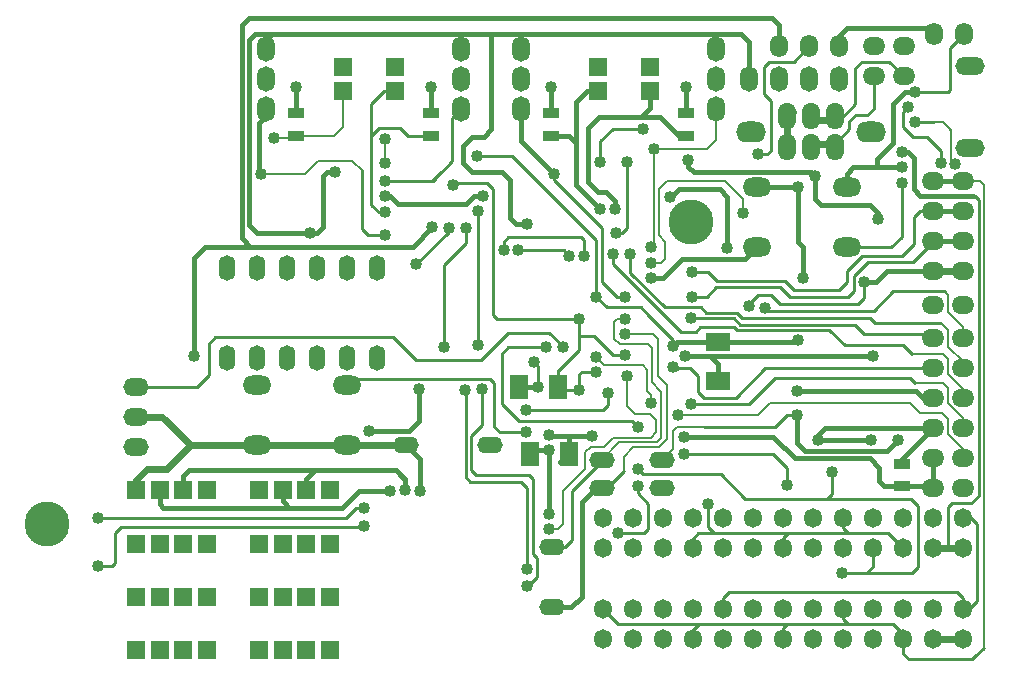
<source format=gbl>
G04 (created by PCBNEW (2013-07-07 BZR 4022)-stable) date 9/7/2556 23:50:31*
%MOIN*%
G04 Gerber Fmt 3.4, Leading zero omitted, Abs format*
%FSLAX34Y34*%
G01*
G70*
G90*
G04 APERTURE LIST*
%ADD10C,0.00590551*%
%ADD11O,0.06X0.065*%
%ADD12C,0.15*%
%ADD13O,0.06X0.085*%
%ADD14O,0.085X0.055*%
%ADD15O,0.095X0.064*%
%ADD16O,0.06X0.09*%
%ADD17O,0.1X0.07*%
%ADD18O,0.055X0.085*%
%ADD19O,0.085X0.06*%
%ADD20O,0.075X0.06*%
%ADD21R,0.06X0.08*%
%ADD22R,0.08X0.06*%
%ADD23R,0.055X0.035*%
%ADD24O,0.0984X0.0594*%
%ADD25O,0.0984X0.06*%
%ADD26R,0.063X0.063*%
%ADD27O,0.06X0.075*%
%ADD28C,0.04*%
%ADD29C,0.015*%
%ADD30C,0.008*%
%ADD31C,0.01*%
%ADD32C,0.024*%
G04 APERTURE END LIST*
G54D10*
G54D11*
X71949Y-48170D03*
X71949Y-49170D03*
X70949Y-48170D03*
X70949Y-49170D03*
X69949Y-48170D03*
X69949Y-49170D03*
X68949Y-48170D03*
X68949Y-49170D03*
X67949Y-48170D03*
X67949Y-49170D03*
X66949Y-48170D03*
X66949Y-49170D03*
X65949Y-48170D03*
X65949Y-49170D03*
X64949Y-48170D03*
X64949Y-49170D03*
X63949Y-48170D03*
X63949Y-49170D03*
X62949Y-48170D03*
X62949Y-49170D03*
X61949Y-48170D03*
X61949Y-49170D03*
X60949Y-48170D03*
X60949Y-49170D03*
X59949Y-48170D03*
X59949Y-49170D03*
G54D12*
X41402Y-45342D03*
X62898Y-35283D03*
G54D13*
X64820Y-30520D03*
X65820Y-30520D03*
X66820Y-30520D03*
X67820Y-30520D03*
G54D14*
X58246Y-48116D03*
X58246Y-46116D03*
G54D15*
X68070Y-34120D03*
X68070Y-36120D03*
X65070Y-34120D03*
X65070Y-36120D03*
G54D16*
X67670Y-31750D03*
X67670Y-32770D03*
X66870Y-31750D03*
X66870Y-32770D03*
X66070Y-31750D03*
X66070Y-32770D03*
G54D17*
X64870Y-32260D03*
X68870Y-32260D03*
G54D14*
X61914Y-43204D03*
X59914Y-43204D03*
G54D18*
X52423Y-36816D03*
X47423Y-36816D03*
X47423Y-39808D03*
X52423Y-39808D03*
X51423Y-39808D03*
X50423Y-39808D03*
X49423Y-39808D03*
X48423Y-39808D03*
X51423Y-36816D03*
X50423Y-36816D03*
X49423Y-36816D03*
X48423Y-36816D03*
G54D13*
X63720Y-31520D03*
X63720Y-30520D03*
X63720Y-29520D03*
X57220Y-31520D03*
X57220Y-30520D03*
X57220Y-29520D03*
X55220Y-31520D03*
X55220Y-30520D03*
X55220Y-29520D03*
X48720Y-31520D03*
X48720Y-30520D03*
X48720Y-29520D03*
G54D19*
X44370Y-40760D03*
X44370Y-41760D03*
X44370Y-42760D03*
G54D14*
X61914Y-44136D03*
X59914Y-44136D03*
G54D20*
X70950Y-43150D03*
X70950Y-42150D03*
X70950Y-41150D03*
X70950Y-40150D03*
X70950Y-39150D03*
G54D21*
X57508Y-43008D03*
X58808Y-43008D03*
X57166Y-40779D03*
X58466Y-40779D03*
G54D22*
X63783Y-39283D03*
X63783Y-40583D03*
G54D23*
X69910Y-44085D03*
X69910Y-43335D03*
G54D20*
X71946Y-33906D03*
X71946Y-34906D03*
X71946Y-35906D03*
X71946Y-36906D03*
X69970Y-30420D03*
X69970Y-29420D03*
X71948Y-38028D03*
X70948Y-38028D03*
G54D23*
X49720Y-31645D03*
X49720Y-32395D03*
X54220Y-31645D03*
X54220Y-32395D03*
X58220Y-31645D03*
X58220Y-32395D03*
X62720Y-31645D03*
X62720Y-32395D03*
G54D15*
X48420Y-42720D03*
X48420Y-40720D03*
X51420Y-42720D03*
X51420Y-40720D03*
G54D11*
X71951Y-45149D03*
X71951Y-46149D03*
X70951Y-45149D03*
X70951Y-46149D03*
X69951Y-45149D03*
X69951Y-46149D03*
X68951Y-45149D03*
X68951Y-46149D03*
X67951Y-45149D03*
X67951Y-46149D03*
X66951Y-45149D03*
X66951Y-46149D03*
X65951Y-45149D03*
X65951Y-46149D03*
X64951Y-45149D03*
X64951Y-46149D03*
X63951Y-45149D03*
X63951Y-46149D03*
X62951Y-45149D03*
X62951Y-46149D03*
X61951Y-45149D03*
X61951Y-46149D03*
X60951Y-45149D03*
X60951Y-46149D03*
X59951Y-45149D03*
X59951Y-46149D03*
G54D24*
X72192Y-32822D03*
G54D25*
X72192Y-30066D03*
G54D20*
X68970Y-29420D03*
X68970Y-30420D03*
G54D14*
X56183Y-42714D03*
X53383Y-42714D03*
G54D26*
X50850Y-47775D03*
X50063Y-47775D03*
X49275Y-47775D03*
X48488Y-47775D03*
X50850Y-49550D03*
X50063Y-49550D03*
X49275Y-49550D03*
X48488Y-49550D03*
X61520Y-30120D03*
X61520Y-30907D03*
G54D20*
X70947Y-44150D03*
X71947Y-44150D03*
G54D26*
X51270Y-30120D03*
X51270Y-30907D03*
X53020Y-30120D03*
X53020Y-30907D03*
X59770Y-30120D03*
X59770Y-30907D03*
X46750Y-44225D03*
X45963Y-44225D03*
X45175Y-44225D03*
X44388Y-44225D03*
X46750Y-46000D03*
X45963Y-46000D03*
X45175Y-46000D03*
X44388Y-46000D03*
X46750Y-47775D03*
X45963Y-47775D03*
X45175Y-47775D03*
X44388Y-47775D03*
X46750Y-49550D03*
X45963Y-49550D03*
X45175Y-49550D03*
X44388Y-49550D03*
X50850Y-44225D03*
X50063Y-44225D03*
X49275Y-44225D03*
X48488Y-44225D03*
X50850Y-46000D03*
X50063Y-46000D03*
X49275Y-46000D03*
X48488Y-46000D03*
G54D20*
X70952Y-33906D03*
X70952Y-34906D03*
X70952Y-35906D03*
X70952Y-36906D03*
G54D27*
X65820Y-29420D03*
X66820Y-29420D03*
X67820Y-29420D03*
X70970Y-29020D03*
X71970Y-29020D03*
G54D20*
X71950Y-43150D03*
X71950Y-42150D03*
X71950Y-41150D03*
X71950Y-40150D03*
X71950Y-39150D03*
G54D28*
X58152Y-42874D03*
X60670Y-39720D03*
X68880Y-42546D03*
X54957Y-34056D03*
X52848Y-44241D03*
X62684Y-39741D03*
X59153Y-38505D03*
X52140Y-42240D03*
X53832Y-40838D03*
X58145Y-45020D03*
X59703Y-40266D03*
X68964Y-39742D03*
X67118Y-42544D03*
X59160Y-40881D03*
X46320Y-39735D03*
X62792Y-33198D03*
X68667Y-37266D03*
X69120Y-35187D03*
X64818Y-38067D03*
X67019Y-33755D03*
X54266Y-35456D03*
X53715Y-36681D03*
X54804Y-35463D03*
X48561Y-33675D03*
X56640Y-36195D03*
X59316Y-36393D03*
X52673Y-35721D03*
X58830Y-36393D03*
X57129Y-36201D03*
X52668Y-33906D03*
X58314Y-33660D03*
X60670Y-37770D03*
X61638Y-32844D03*
X61554Y-36098D03*
X64620Y-34970D03*
X61554Y-36648D03*
X55776Y-39374D03*
X53856Y-44247D03*
X60375Y-35631D03*
X57661Y-39931D03*
X59577Y-42405D03*
X63456Y-44676D03*
X70353Y-30929D03*
X66417Y-41694D03*
X62290Y-39410D03*
X65351Y-38129D03*
X66459Y-39225D03*
X69780Y-42544D03*
X69920Y-33456D03*
X66628Y-37136D03*
X66459Y-34119D03*
X50199Y-35643D03*
X55782Y-34902D03*
X51032Y-33624D03*
X59716Y-37767D03*
X58154Y-42363D03*
X60445Y-45647D03*
X61120Y-44070D03*
X57408Y-35334D03*
X55756Y-33082D03*
X60736Y-33268D03*
X57798Y-40766D03*
X66420Y-40916D03*
X58145Y-45520D03*
X60762Y-40398D03*
X53345Y-44220D03*
X60847Y-36343D03*
X55366Y-40870D03*
X70106Y-31446D03*
X71208Y-33320D03*
X57417Y-46845D03*
X71694Y-33330D03*
X55926Y-40851D03*
X57416Y-47399D03*
X70353Y-31932D03*
X58617Y-39456D03*
X52000Y-44800D03*
X43107Y-45144D03*
X52000Y-45400D03*
X43107Y-46746D03*
X48983Y-32463D03*
X52668Y-34952D03*
X59853Y-34848D03*
X60341Y-34848D03*
X62637Y-42444D03*
X61120Y-42120D03*
X58049Y-39454D03*
X62446Y-41716D03*
X62868Y-41356D03*
X65112Y-33024D03*
X54642Y-39431D03*
X55377Y-35466D03*
X60670Y-39020D03*
X60670Y-38520D03*
X61553Y-41292D03*
X59703Y-39759D03*
X61553Y-37141D03*
X69918Y-33975D03*
X61292Y-32165D03*
X59855Y-33273D03*
X52668Y-32502D03*
X52668Y-33318D03*
X58220Y-30770D03*
X62720Y-30770D03*
X54220Y-30770D03*
X49720Y-30770D03*
X62874Y-38478D03*
X62289Y-40095D03*
X62640Y-43012D03*
X66084Y-44036D03*
X60288Y-36352D03*
X62902Y-36953D03*
X62906Y-37769D03*
X60120Y-40970D03*
X57369Y-42279D03*
X57370Y-41546D03*
X67928Y-46991D03*
X61120Y-43520D03*
X67587Y-43596D03*
X69921Y-32946D03*
X62181Y-34439D03*
X55936Y-34394D03*
X52671Y-34395D03*
X64098Y-36126D03*
G54D29*
X68878Y-42544D02*
X67118Y-42544D01*
X49275Y-44225D02*
X49275Y-44575D01*
G54D30*
X58466Y-40234D02*
X58466Y-40779D01*
G54D31*
X59637Y-39087D02*
X60270Y-39720D01*
G54D29*
X53490Y-42240D02*
X52140Y-42240D01*
X58149Y-42877D02*
X58152Y-42874D01*
X63506Y-39741D02*
X68963Y-39741D01*
X69910Y-43335D02*
X69910Y-43190D01*
X62684Y-39741D02*
X63506Y-39741D01*
G54D31*
X59160Y-40349D02*
X59243Y-40266D01*
X56095Y-33975D02*
X56290Y-34170D01*
G54D29*
X67118Y-42383D02*
X67118Y-42544D01*
X69910Y-43190D02*
X70950Y-42150D01*
X45175Y-44675D02*
X45175Y-44225D01*
X45293Y-44793D02*
X45175Y-44675D01*
X51813Y-44241D02*
X51261Y-44793D01*
X67118Y-42544D02*
X67118Y-42546D01*
X70950Y-42150D02*
X69468Y-42150D01*
G54D31*
X59160Y-40881D02*
X58568Y-40881D01*
G54D29*
X54957Y-34056D02*
X54960Y-34056D01*
G54D31*
X58466Y-40234D02*
X58466Y-40779D01*
G54D29*
X45297Y-44793D02*
X45500Y-44793D01*
X57642Y-42874D02*
X57508Y-43008D01*
X67351Y-42150D02*
X67118Y-42383D01*
G54D30*
X60670Y-39720D02*
X60270Y-39720D01*
G54D29*
X69468Y-42150D02*
X67351Y-42150D01*
G54D31*
X56425Y-38505D02*
X56751Y-38505D01*
X59153Y-38505D02*
X59153Y-39087D01*
X56751Y-38505D02*
X59153Y-38505D01*
X58568Y-40881D02*
X58466Y-40779D01*
G54D29*
X68878Y-42544D02*
X68880Y-42546D01*
X53832Y-41898D02*
X53490Y-42240D01*
G54D30*
X59153Y-39547D02*
X58466Y-40234D01*
G54D29*
X63783Y-40018D02*
X63506Y-39741D01*
G54D31*
X56082Y-33975D02*
X55038Y-33975D01*
X59243Y-40266D02*
X59703Y-40266D01*
X59153Y-39087D02*
X59637Y-39087D01*
X58568Y-40881D02*
X58466Y-40779D01*
G54D29*
X58152Y-42874D02*
X57642Y-42874D01*
X63783Y-40583D02*
X63783Y-40018D01*
G54D31*
X59153Y-39547D02*
X58466Y-40234D01*
X55038Y-33975D02*
X54957Y-34056D01*
G54D29*
X58145Y-45020D02*
X58149Y-42877D01*
X49275Y-44575D02*
X49493Y-44793D01*
X48412Y-44793D02*
X48972Y-44793D01*
G54D31*
X58568Y-40881D02*
X58466Y-40779D01*
X56290Y-38370D02*
X56425Y-38505D01*
G54D29*
X45500Y-44793D02*
X48412Y-44793D01*
G54D31*
X59160Y-40881D02*
X59160Y-40349D01*
X55770Y-33975D02*
X56082Y-33975D01*
G54D29*
X53832Y-40838D02*
X53832Y-41898D01*
X45500Y-44793D02*
X45293Y-44793D01*
G54D31*
X56082Y-33975D02*
X56095Y-33975D01*
X56290Y-34170D02*
X56290Y-38370D01*
X60270Y-39720D02*
X60670Y-39720D01*
X59153Y-38505D02*
X59154Y-38505D01*
G54D29*
X52848Y-44241D02*
X51813Y-44241D01*
X48972Y-44793D02*
X49493Y-44793D01*
X68963Y-39741D02*
X68964Y-39742D01*
G54D31*
X59153Y-39087D02*
X59153Y-39547D01*
G54D29*
X49493Y-44793D02*
X51261Y-44793D01*
X67020Y-33756D02*
X67019Y-33755D01*
G54D31*
X65550Y-37713D02*
X65847Y-38010D01*
G54D29*
X69120Y-35187D02*
X69120Y-34983D01*
X63660Y-28477D02*
X65590Y-28477D01*
G54D32*
X70952Y-36906D02*
X71946Y-36906D01*
G54D31*
X64818Y-38013D02*
X65118Y-37713D01*
X65847Y-38010D02*
X68463Y-38010D01*
G54D29*
X46700Y-36100D02*
X46320Y-36480D01*
X67020Y-34520D02*
X67020Y-33756D01*
G54D31*
X64818Y-38067D02*
X64818Y-38013D01*
G54D29*
X47920Y-35520D02*
X47920Y-35820D01*
G54D31*
X68463Y-38010D02*
X68667Y-37806D01*
G54D29*
X52988Y-36100D02*
X53622Y-36100D01*
X67220Y-34720D02*
X67020Y-34520D01*
X68470Y-34720D02*
X67220Y-34720D01*
X47920Y-35820D02*
X48200Y-36100D01*
G54D31*
X68667Y-37806D02*
X68667Y-37266D01*
G54D29*
X69052Y-37266D02*
X68667Y-37266D01*
X47445Y-36100D02*
X46700Y-36100D01*
X49800Y-36100D02*
X48200Y-36100D01*
X66627Y-33620D02*
X62986Y-33620D01*
X47920Y-28720D02*
X47920Y-35820D01*
X46320Y-36480D02*
X46320Y-39735D01*
X66320Y-31610D02*
X66070Y-31860D01*
X68857Y-34720D02*
X68470Y-34720D01*
X70952Y-36906D02*
X69412Y-36906D01*
X65820Y-28707D02*
X65590Y-28477D01*
X48163Y-28477D02*
X47920Y-28720D01*
G54D32*
X66070Y-31860D02*
X66070Y-32660D01*
G54D29*
X65820Y-29420D02*
X65820Y-28707D01*
G54D31*
X65118Y-37713D02*
X65550Y-37713D01*
G54D29*
X49920Y-28477D02*
X62752Y-28477D01*
X69120Y-34983D02*
X68857Y-34720D01*
X48200Y-36100D02*
X47640Y-36100D01*
X67020Y-34520D02*
X67020Y-34479D01*
X67020Y-34479D02*
X67020Y-33878D01*
X66627Y-33620D02*
X66884Y-33620D01*
X66884Y-33620D02*
X67019Y-33755D01*
X63660Y-28477D02*
X62752Y-28477D01*
X49920Y-28477D02*
X48163Y-28477D01*
X66762Y-33620D02*
X66627Y-33620D01*
X47640Y-36100D02*
X47445Y-36100D01*
X52988Y-36100D02*
X49800Y-36100D01*
X69412Y-36906D02*
X69052Y-37266D01*
X53622Y-36100D02*
X54266Y-35456D01*
X62792Y-33198D02*
X62792Y-33426D01*
X62986Y-33620D02*
X62792Y-33426D01*
X67820Y-29067D02*
X68075Y-28812D01*
X67820Y-29420D02*
X67820Y-29067D01*
X68075Y-28812D02*
X70762Y-28812D01*
X70762Y-28812D02*
X70970Y-29020D01*
G54D31*
X54804Y-35463D02*
X54804Y-35592D01*
X54804Y-35592D02*
X53715Y-36681D01*
X59316Y-36393D02*
X59316Y-35859D01*
G54D30*
X51597Y-33243D02*
X51905Y-33551D01*
G54D31*
X51905Y-35512D02*
X51905Y-35399D01*
X52116Y-35723D02*
X51905Y-35512D01*
X52673Y-35721D02*
X52695Y-35723D01*
G54D29*
X48720Y-31520D02*
X48720Y-31750D01*
G54D31*
X52695Y-35723D02*
X52116Y-35723D01*
G54D29*
X48720Y-31750D02*
X48480Y-31990D01*
G54D31*
X56640Y-36195D02*
X56640Y-35931D01*
X56640Y-35931D02*
X56799Y-35772D01*
G54D30*
X50862Y-33243D02*
X51597Y-33243D01*
G54D29*
X48480Y-31990D02*
X48480Y-33594D01*
X48480Y-33594D02*
X48561Y-33675D01*
G54D31*
X51905Y-35399D02*
X51905Y-33551D01*
X56799Y-35772D02*
X57005Y-35772D01*
X59316Y-35859D02*
X59229Y-35772D01*
G54D30*
X50463Y-33243D02*
X50862Y-33243D01*
G54D31*
X57005Y-35772D02*
X57248Y-35772D01*
G54D30*
X50031Y-33675D02*
X50463Y-33243D01*
X48561Y-33675D02*
X50031Y-33675D01*
G54D31*
X59229Y-35772D02*
X57248Y-35772D01*
X57129Y-36201D02*
X58638Y-36201D01*
X58830Y-36393D02*
X58830Y-36297D01*
X58830Y-36393D02*
X58638Y-36201D01*
X53417Y-33906D02*
X54245Y-33906D01*
X53417Y-33906D02*
X54273Y-33906D01*
X54273Y-33906D02*
X54929Y-33250D01*
X52668Y-33906D02*
X53417Y-33906D01*
X54929Y-31811D02*
X55220Y-31520D01*
X54245Y-33906D02*
X54538Y-33613D01*
X54929Y-33250D02*
X54929Y-31811D01*
G54D29*
X57220Y-32070D02*
X57220Y-32566D01*
X57220Y-32566D02*
X58314Y-33660D01*
G54D31*
X58314Y-33870D02*
X59934Y-35490D01*
G54D29*
X57220Y-31520D02*
X57220Y-32070D01*
G54D31*
X60670Y-37770D02*
X60422Y-37770D01*
X59934Y-35490D02*
X59934Y-35609D01*
X59934Y-36533D02*
X59934Y-37282D01*
X59934Y-35609D02*
X59934Y-36533D01*
X60422Y-37770D02*
X59934Y-37282D01*
X58314Y-33669D02*
X58314Y-33870D01*
X58314Y-33669D02*
X58314Y-33660D01*
G54D29*
X57220Y-32070D02*
X57220Y-32496D01*
G54D30*
X61638Y-36014D02*
X61554Y-36098D01*
X61638Y-32816D02*
X61638Y-36014D01*
G54D29*
X61638Y-32816D02*
X61638Y-32844D01*
G54D30*
X62293Y-32844D02*
X63412Y-32844D01*
X61638Y-36014D02*
X61554Y-36098D01*
X63720Y-32536D02*
X63412Y-32844D01*
X63720Y-31520D02*
X63720Y-32536D01*
X61638Y-32844D02*
X62293Y-32844D01*
X61638Y-32844D02*
X61638Y-36014D01*
X61638Y-36014D02*
X61554Y-36098D01*
X64020Y-33920D02*
X64620Y-34520D01*
X63420Y-33920D02*
X64020Y-33920D01*
X62034Y-36512D02*
X61898Y-36648D01*
X61898Y-36648D02*
X61554Y-36648D01*
X61814Y-34300D02*
X61814Y-34186D01*
X61814Y-34300D02*
X61814Y-35718D01*
X61814Y-35718D02*
X62034Y-35938D01*
X61814Y-34186D02*
X62080Y-33920D01*
X62034Y-35938D02*
X62034Y-36512D01*
X62080Y-33920D02*
X63420Y-33920D01*
X64620Y-34520D02*
X64620Y-34970D01*
G54D31*
X71740Y-47610D02*
X71949Y-47819D01*
X63949Y-47821D02*
X64160Y-47610D01*
X71951Y-45149D02*
X72217Y-45149D01*
X72419Y-45351D02*
X72419Y-47901D01*
X64160Y-47610D02*
X71740Y-47610D01*
X63949Y-48170D02*
X63949Y-47821D01*
X71949Y-47819D02*
X71949Y-48170D01*
X72217Y-45149D02*
X72419Y-45351D01*
X72150Y-48170D02*
X71949Y-48170D01*
X72419Y-47901D02*
X72150Y-48170D01*
X65688Y-42105D02*
X63320Y-42105D01*
X69949Y-49170D02*
X69949Y-49601D01*
X62951Y-45829D02*
X63130Y-45650D01*
G54D29*
X69608Y-32656D02*
X69081Y-33183D01*
G54D31*
X69949Y-49170D02*
X69949Y-49667D01*
G54D29*
X62990Y-28998D02*
X64287Y-28998D01*
X55720Y-28998D02*
X56220Y-28998D01*
X69081Y-33446D02*
X69081Y-33456D01*
X56220Y-32180D02*
X56220Y-31520D01*
G54D31*
X68127Y-45650D02*
X69452Y-45650D01*
G54D30*
X71337Y-37584D02*
X71448Y-37695D01*
X62421Y-42105D02*
X62285Y-42241D01*
G54D31*
X56932Y-33082D02*
X59716Y-35866D01*
X60543Y-38120D02*
X61205Y-38120D01*
X61120Y-44313D02*
X61467Y-44660D01*
X60543Y-38120D02*
X60069Y-38120D01*
G54D29*
X66414Y-42631D02*
X66687Y-42904D01*
G54D31*
X60587Y-35628D02*
X60375Y-35631D01*
X66110Y-48670D02*
X63150Y-48670D01*
G54D30*
X71448Y-37700D02*
X71332Y-37584D01*
X71950Y-39150D02*
X71950Y-38779D01*
G54D29*
X48720Y-29186D02*
X48908Y-28998D01*
G54D31*
X65951Y-45809D02*
X66110Y-45650D01*
G54D29*
X69081Y-33183D02*
X69081Y-33446D01*
X64287Y-28998D02*
X64398Y-28998D01*
G54D31*
X67951Y-45474D02*
X68127Y-45650D01*
G54D29*
X69608Y-32355D02*
X69608Y-32656D01*
X55575Y-33600D02*
X55275Y-33300D01*
G54D31*
X71523Y-30862D02*
X71523Y-29467D01*
G54D29*
X57408Y-35334D02*
X57048Y-35334D01*
G54D31*
X63150Y-48670D02*
X60449Y-48670D01*
X62949Y-48871D02*
X63150Y-48670D01*
G54D32*
X46194Y-42714D02*
X45410Y-43498D01*
G54D29*
X63260Y-28998D02*
X63450Y-28998D01*
G54D32*
X48413Y-42713D02*
X48420Y-42720D01*
G54D29*
X58928Y-42404D02*
X58852Y-42404D01*
G54D32*
X44370Y-41760D02*
X45255Y-41760D01*
G54D31*
X66150Y-45650D02*
X66045Y-45650D01*
G54D29*
X49861Y-28998D02*
X49692Y-28998D01*
X63450Y-28998D02*
X63579Y-28998D01*
X58852Y-42404D02*
X58808Y-42448D01*
X66401Y-39283D02*
X66459Y-39225D01*
G54D30*
X62285Y-42833D02*
X61914Y-43204D01*
G54D29*
X55275Y-32735D02*
X55580Y-32430D01*
G54D31*
X71523Y-29467D02*
X71970Y-29020D01*
G54D29*
X50610Y-33754D02*
X50740Y-33624D01*
X63720Y-29520D02*
X63720Y-29139D01*
G54D31*
X66045Y-45650D02*
X68127Y-45650D01*
G54D29*
X63783Y-39283D02*
X62417Y-39283D01*
G54D31*
X62290Y-39205D02*
X61479Y-38394D01*
X57798Y-40068D02*
X57661Y-39931D01*
X55782Y-39368D02*
X55776Y-39374D01*
G54D29*
X53383Y-42714D02*
X53856Y-43187D01*
X48152Y-29197D02*
X48152Y-35372D01*
G54D31*
X70380Y-30929D02*
X71456Y-30929D01*
X61467Y-45493D02*
X61313Y-45647D01*
G54D29*
X57220Y-28998D02*
X60960Y-28998D01*
G54D31*
X59716Y-37767D02*
X59716Y-35866D01*
G54D29*
X48720Y-29520D02*
X48720Y-29186D01*
G54D31*
X69452Y-45650D02*
X69951Y-46149D01*
X72644Y-49477D02*
X72267Y-49854D01*
G54D29*
X56220Y-31520D02*
X56220Y-28998D01*
G54D31*
X55756Y-33082D02*
X56932Y-33082D01*
X63456Y-44676D02*
X63456Y-45452D01*
G54D29*
X50417Y-35643D02*
X50199Y-35643D01*
G54D30*
X72516Y-33906D02*
X72644Y-34034D01*
G54D29*
X49861Y-28998D02*
X54757Y-28998D01*
X69920Y-33456D02*
X69081Y-33456D01*
X57798Y-40766D02*
X57392Y-40776D01*
G54D31*
X69949Y-49667D02*
X70136Y-49854D01*
G54D29*
X55275Y-33300D02*
X55275Y-33020D01*
X63783Y-39283D02*
X66401Y-39283D01*
X49692Y-28998D02*
X48908Y-28998D01*
G54D31*
X69949Y-49009D02*
X69949Y-49170D01*
G54D29*
X58532Y-43284D02*
X58808Y-43008D01*
G54D31*
X70353Y-30929D02*
X70380Y-30929D01*
X57798Y-40766D02*
X57798Y-40068D01*
G54D29*
X48351Y-28998D02*
X48152Y-29197D01*
G54D30*
X63320Y-42105D02*
X62421Y-42105D01*
G54D31*
X67951Y-45149D02*
X67951Y-45474D01*
X61120Y-44070D02*
X61120Y-44313D01*
G54D29*
X59565Y-42404D02*
X59577Y-42405D01*
X56728Y-28998D02*
X57220Y-28998D01*
G54D32*
X51420Y-42720D02*
X53377Y-42720D01*
G54D29*
X62417Y-39283D02*
X62290Y-39410D01*
G54D31*
X61313Y-45647D02*
X60445Y-45647D01*
G54D30*
X71332Y-37584D02*
X71337Y-37584D01*
G54D29*
X55220Y-28998D02*
X55220Y-29520D01*
G54D31*
X69615Y-37584D02*
X68969Y-38230D01*
G54D29*
X71946Y-33906D02*
X70952Y-33906D01*
G54D31*
X53379Y-42718D02*
X53383Y-42714D01*
G54D29*
X48152Y-35372D02*
X48423Y-35643D01*
X58195Y-42404D02*
X58154Y-42363D01*
G54D30*
X71448Y-38277D02*
X71448Y-37700D01*
X69615Y-37584D02*
X70953Y-37584D01*
G54D29*
X69420Y-42904D02*
X69780Y-42544D01*
G54D30*
X72644Y-34047D02*
X72644Y-34034D01*
G54D32*
X46208Y-42713D02*
X46209Y-42714D01*
G54D31*
X66080Y-48670D02*
X66110Y-48670D01*
G54D29*
X57798Y-40766D02*
X57179Y-40766D01*
G54D32*
X46209Y-42714D02*
X46194Y-42714D01*
G54D29*
X64477Y-28998D02*
X64558Y-28998D01*
G54D32*
X46208Y-42713D02*
X48413Y-42713D01*
G54D29*
X55646Y-28998D02*
X55720Y-28998D01*
G54D31*
X68120Y-48670D02*
X69610Y-48670D01*
G54D29*
X55970Y-32430D02*
X56220Y-32180D01*
X70353Y-30929D02*
X70011Y-30929D01*
G54D32*
X45255Y-41760D02*
X46208Y-42713D01*
G54D29*
X53856Y-44247D02*
X53856Y-43187D01*
X58928Y-42404D02*
X58195Y-42404D01*
G54D31*
X60736Y-33268D02*
X60736Y-35479D01*
G54D29*
X56861Y-35147D02*
X56861Y-33880D01*
X57048Y-35334D02*
X56861Y-35147D01*
X64820Y-29260D02*
X64820Y-30520D01*
X70634Y-41150D02*
X70400Y-40916D01*
G54D31*
X67949Y-48170D02*
X67949Y-48499D01*
X71456Y-30929D02*
X71523Y-30862D01*
G54D30*
X72644Y-34214D02*
X72644Y-34848D01*
G54D29*
X50740Y-33624D02*
X51032Y-33624D01*
G54D31*
X65951Y-46149D02*
X65951Y-45809D01*
G54D30*
X62285Y-42241D02*
X62285Y-42833D01*
X72644Y-34848D02*
X72644Y-44499D01*
G54D29*
X64287Y-28998D02*
X64477Y-28998D01*
X64558Y-28998D02*
X64820Y-29260D01*
X68070Y-33662D02*
X68070Y-34120D01*
X68276Y-33456D02*
X68070Y-33662D01*
X69608Y-31332D02*
X69608Y-32175D01*
X50610Y-33898D02*
X50610Y-35450D01*
G54D31*
X69615Y-37584D02*
X71332Y-37584D01*
G54D29*
X69608Y-32175D02*
X69608Y-32355D01*
X54992Y-28998D02*
X55220Y-28998D01*
X64477Y-28998D02*
X64485Y-28998D01*
X66628Y-37136D02*
X66628Y-36101D01*
X65071Y-34119D02*
X65070Y-34120D01*
X66459Y-34119D02*
X65071Y-34119D01*
X66459Y-35932D02*
X66628Y-36101D01*
X66459Y-34119D02*
X66459Y-35932D01*
G54D31*
X61467Y-44660D02*
X61467Y-45493D01*
G54D29*
X55275Y-33020D02*
X55275Y-32735D01*
G54D30*
X72503Y-33906D02*
X72644Y-34047D01*
G54D29*
X59565Y-42404D02*
X58928Y-42404D01*
G54D31*
X68969Y-38230D02*
X65452Y-38230D01*
X62290Y-39410D02*
X62290Y-39205D01*
X66099Y-41694D02*
X66417Y-41694D01*
G54D29*
X50610Y-33898D02*
X50610Y-33754D01*
G54D31*
X66110Y-45650D02*
X66150Y-45650D01*
G54D30*
X72644Y-49477D02*
X72267Y-49854D01*
G54D29*
X48908Y-28998D02*
X48351Y-28998D01*
G54D30*
X70953Y-37584D02*
X71262Y-37584D01*
G54D32*
X44752Y-43498D02*
X44388Y-43862D01*
G54D29*
X69081Y-33456D02*
X68276Y-33456D01*
X70011Y-30929D02*
X69608Y-31332D01*
X60960Y-28998D02*
X62990Y-28998D01*
G54D32*
X53377Y-42720D02*
X53383Y-42714D01*
G54D31*
X69610Y-48670D02*
X69949Y-49009D01*
G54D29*
X70400Y-40916D02*
X66420Y-40916D01*
G54D31*
X61205Y-38120D02*
X61479Y-38394D01*
G54D29*
X58808Y-43008D02*
X58808Y-42448D01*
G54D31*
X63654Y-45650D02*
X63130Y-45650D01*
G54D29*
X66687Y-42904D02*
X69420Y-42904D01*
G54D31*
X55782Y-34902D02*
X55782Y-39368D01*
X65949Y-49170D02*
X65949Y-48801D01*
G54D29*
X57220Y-28998D02*
X57220Y-29520D01*
X54757Y-28998D02*
X54992Y-28998D01*
G54D31*
X65452Y-38230D02*
X65351Y-38129D01*
G54D30*
X70953Y-37584D02*
X71332Y-37584D01*
X71946Y-33906D02*
X72503Y-33906D01*
G54D31*
X60736Y-35479D02*
X60587Y-35628D01*
G54D30*
X72644Y-49477D02*
X72644Y-49167D01*
G54D29*
X63720Y-29139D02*
X63579Y-28998D01*
G54D31*
X62949Y-49170D02*
X62949Y-48871D01*
G54D29*
X62990Y-28998D02*
X63260Y-28998D01*
X66417Y-42628D02*
X66414Y-42631D01*
G54D30*
X72644Y-44499D02*
X72644Y-49167D01*
G54D31*
X63456Y-45452D02*
X63654Y-45650D01*
G54D29*
X58532Y-43284D02*
X58808Y-43008D01*
G54D31*
X62951Y-46149D02*
X62951Y-45829D01*
X66110Y-48670D02*
X68120Y-48670D01*
G54D30*
X71448Y-38277D02*
X71950Y-38779D01*
G54D29*
X57179Y-40766D02*
X57166Y-40779D01*
G54D31*
X65949Y-48801D02*
X66080Y-48670D01*
X60449Y-48670D02*
X59949Y-48170D01*
G54D29*
X70950Y-41150D02*
X70634Y-41150D01*
X56220Y-28998D02*
X56728Y-28998D01*
G54D31*
X70136Y-49854D02*
X72267Y-49854D01*
G54D30*
X72516Y-33906D02*
X72644Y-34034D01*
G54D29*
X66417Y-41694D02*
X66417Y-42628D01*
G54D31*
X66099Y-41694D02*
X65688Y-42105D01*
G54D29*
X56581Y-33600D02*
X55575Y-33600D01*
X56861Y-33880D02*
X56581Y-33600D01*
G54D31*
X60069Y-38120D02*
X59716Y-37767D01*
G54D29*
X55580Y-32430D02*
X55970Y-32430D01*
G54D32*
X44388Y-43862D02*
X44388Y-44225D01*
X45410Y-43498D02*
X45000Y-43498D01*
G54D29*
X48423Y-35643D02*
X50199Y-35643D01*
X55220Y-28998D02*
X55646Y-28998D01*
G54D31*
X66045Y-45650D02*
X63654Y-45650D01*
G54D32*
X48420Y-42720D02*
X51420Y-42720D01*
G54D31*
X67949Y-48499D02*
X68120Y-48670D01*
G54D29*
X50610Y-35450D02*
X50417Y-35643D01*
G54D30*
X72644Y-34214D02*
X72644Y-34047D01*
X71946Y-33906D02*
X72516Y-33906D01*
G54D32*
X45000Y-43498D02*
X44752Y-43498D01*
G54D30*
X59358Y-42954D02*
X59358Y-43178D01*
G54D29*
X46300Y-43554D02*
X49370Y-43554D01*
G54D30*
X61020Y-41670D02*
X61299Y-41670D01*
X60300Y-42462D02*
X59996Y-42766D01*
X59996Y-42766D02*
X59546Y-42766D01*
G54D29*
X46158Y-43554D02*
X46300Y-43554D01*
G54D30*
X60762Y-40398D02*
X60762Y-41412D01*
G54D29*
X53044Y-43554D02*
X53345Y-43855D01*
X50063Y-43837D02*
X50346Y-43554D01*
X52545Y-43554D02*
X53044Y-43554D01*
X46146Y-43554D02*
X45963Y-43737D01*
G54D30*
X58617Y-45348D02*
X58445Y-45520D01*
X58445Y-45520D02*
X58145Y-45520D01*
G54D29*
X49370Y-43554D02*
X50346Y-43554D01*
G54D30*
X59358Y-43178D02*
X59358Y-43274D01*
X61084Y-42462D02*
X60300Y-42462D01*
G54D29*
X46300Y-43554D02*
X46146Y-43554D01*
G54D30*
X61520Y-41670D02*
X61713Y-41863D01*
G54D29*
X45963Y-43737D02*
X45963Y-44225D01*
G54D30*
X60762Y-41412D02*
X61020Y-41670D01*
X61464Y-42462D02*
X61084Y-42462D01*
G54D29*
X53345Y-43855D02*
X53345Y-44220D01*
G54D30*
X58617Y-44795D02*
X58617Y-45348D01*
X59358Y-43494D02*
X58617Y-44235D01*
X59546Y-42766D02*
X59358Y-42954D01*
G54D29*
X50346Y-43554D02*
X52545Y-43554D01*
G54D30*
X58617Y-44235D02*
X58617Y-44795D01*
G54D29*
X49370Y-43554D02*
X49700Y-43554D01*
G54D30*
X61713Y-41863D02*
X61713Y-42099D01*
X61299Y-41670D02*
X61520Y-41670D01*
X61713Y-42099D02*
X61713Y-42291D01*
X61542Y-42462D02*
X61464Y-42462D01*
X61713Y-42291D02*
X61542Y-42462D01*
G54D29*
X53044Y-43554D02*
X53330Y-43840D01*
G54D30*
X59358Y-43494D02*
X59358Y-43178D01*
X61084Y-42462D02*
X60846Y-42462D01*
G54D29*
X50063Y-44225D02*
X50063Y-43837D01*
G54D31*
X64592Y-38466D02*
X64422Y-38296D01*
X65751Y-38466D02*
X65212Y-38466D01*
X60847Y-36343D02*
X60847Y-36493D01*
X69728Y-38635D02*
X69438Y-38635D01*
X60858Y-36981D02*
X62001Y-38124D01*
X60847Y-36981D02*
X60858Y-36981D01*
G54D30*
X71451Y-38859D02*
X71227Y-38635D01*
G54D31*
X60847Y-36462D02*
X60847Y-36493D01*
G54D30*
X71950Y-40150D02*
X71950Y-39925D01*
G54D31*
X64348Y-38296D02*
X63388Y-38296D01*
X65212Y-38466D02*
X64592Y-38466D01*
X69438Y-38635D02*
X71227Y-38635D01*
G54D30*
X71451Y-39426D02*
X71451Y-38859D01*
G54D31*
X60847Y-36343D02*
X60847Y-36981D01*
X71227Y-38635D02*
X71229Y-38637D01*
X69438Y-38635D02*
X69019Y-38635D01*
G54D29*
X71950Y-40150D02*
X71950Y-40140D01*
G54D31*
X63388Y-38296D02*
X63216Y-38124D01*
X69019Y-38635D02*
X68850Y-38466D01*
X63216Y-38124D02*
X62001Y-38124D01*
X64422Y-38296D02*
X64348Y-38296D01*
X68850Y-38466D02*
X65751Y-38466D01*
G54D30*
X71950Y-39925D02*
X71451Y-39426D01*
G54D31*
X55518Y-43938D02*
X55368Y-43788D01*
X55368Y-40872D02*
X55366Y-40870D01*
X70106Y-31446D02*
X70106Y-31464D01*
X57204Y-43938D02*
X56080Y-43938D01*
X57417Y-44622D02*
X57417Y-44151D01*
X70744Y-32431D02*
X70294Y-32431D01*
X70106Y-31464D02*
X69962Y-31608D01*
X70998Y-32685D02*
X70744Y-32431D01*
X71208Y-32895D02*
X70744Y-32431D01*
X69962Y-31608D02*
X69962Y-32099D01*
X71208Y-33320D02*
X71208Y-32895D01*
X69962Y-32099D02*
X70294Y-32431D01*
X57417Y-44151D02*
X57204Y-43938D01*
X55368Y-43788D02*
X55368Y-40872D01*
X56080Y-43938D02*
X55518Y-43938D01*
X57417Y-44622D02*
X57417Y-46845D01*
X57470Y-43695D02*
X57627Y-43852D01*
X55926Y-40851D02*
X55926Y-42039D01*
G54D30*
X71541Y-33177D02*
X71694Y-33330D01*
G54D31*
X55559Y-43526D02*
X55728Y-43695D01*
X57627Y-45520D02*
X57627Y-46101D01*
X57627Y-46101D02*
X57627Y-46326D01*
X55926Y-42039D02*
X55559Y-42406D01*
X57416Y-47399D02*
X57461Y-47399D01*
G54D30*
X70997Y-31932D02*
X71271Y-31932D01*
X71271Y-31932D02*
X71541Y-32202D01*
G54D31*
X57627Y-45520D02*
X57627Y-44150D01*
X57627Y-43852D02*
X57627Y-44150D01*
X70353Y-31932D02*
X70997Y-31932D01*
G54D30*
X71541Y-32202D02*
X71541Y-33177D01*
G54D31*
X55728Y-43695D02*
X57470Y-43695D01*
G54D30*
X71541Y-32202D02*
X71534Y-32195D01*
G54D31*
X55559Y-42406D02*
X55559Y-43526D01*
X57461Y-47399D02*
X57762Y-47098D01*
X57627Y-46326D02*
X57762Y-46461D01*
X57762Y-47098D02*
X57762Y-46461D01*
X47025Y-39110D02*
X52963Y-39110D01*
X56799Y-38963D02*
X55897Y-39865D01*
X54420Y-39865D02*
X53718Y-39865D01*
X46418Y-40760D02*
X46802Y-40376D01*
X58617Y-39423D02*
X58157Y-38963D01*
X56800Y-38962D02*
X56799Y-38963D01*
X55897Y-39865D02*
X54420Y-39865D01*
X46802Y-39333D02*
X47025Y-39110D01*
X46802Y-40376D02*
X46802Y-39333D01*
X58617Y-39456D02*
X58617Y-39423D01*
X52963Y-39110D02*
X53718Y-39865D01*
X56799Y-38963D02*
X58157Y-38963D01*
X44370Y-40760D02*
X46418Y-40760D01*
X51720Y-44800D02*
X52000Y-44800D01*
X51376Y-45144D02*
X51720Y-44800D01*
X50920Y-45144D02*
X51376Y-45144D01*
X50620Y-45144D02*
X50920Y-45144D01*
X50393Y-45144D02*
X50620Y-45144D01*
X43107Y-45144D02*
X50393Y-45144D01*
X51000Y-45440D02*
X51400Y-45440D01*
X50920Y-45440D02*
X51000Y-45440D01*
X51960Y-45440D02*
X52000Y-45400D01*
X51960Y-45440D02*
X51000Y-45440D01*
X43107Y-46746D02*
X43579Y-46746D01*
X43579Y-46746D02*
X43691Y-46634D01*
X43691Y-45644D02*
X43895Y-45440D01*
X43691Y-46634D02*
X43691Y-45644D01*
X43895Y-45440D02*
X50936Y-45440D01*
X50936Y-45440D02*
X50920Y-45440D01*
G54D30*
X51270Y-32115D02*
X51270Y-30907D01*
X49652Y-32463D02*
X49720Y-32395D01*
X49652Y-32463D02*
X49720Y-32395D01*
X50990Y-32395D02*
X51270Y-32115D01*
X49652Y-32463D02*
X48983Y-32463D01*
X49720Y-32395D02*
X50990Y-32395D01*
G54D31*
X52815Y-32151D02*
X53193Y-32151D01*
X52227Y-32604D02*
X52227Y-31343D01*
X52227Y-34692D02*
X52227Y-33854D01*
X52663Y-30907D02*
X53020Y-30907D01*
X53193Y-32151D02*
X53437Y-32395D01*
X52487Y-34952D02*
X52227Y-34692D01*
X52493Y-32151D02*
X52815Y-32151D01*
X52227Y-32604D02*
X52227Y-32417D01*
X52227Y-32417D02*
X52493Y-32151D01*
X52227Y-31343D02*
X52663Y-30907D01*
X53437Y-32395D02*
X54220Y-32395D01*
X52668Y-34952D02*
X52487Y-34952D01*
X52227Y-33854D02*
X52227Y-32604D01*
G54D29*
X59059Y-32880D02*
X59059Y-33502D01*
X59059Y-31268D02*
X59059Y-32649D01*
X59059Y-32880D02*
X59059Y-32649D01*
X59059Y-34054D02*
X59853Y-34848D01*
X58220Y-32395D02*
X58805Y-32395D01*
X59059Y-31268D02*
X59420Y-30907D01*
X59059Y-33502D02*
X59059Y-34054D01*
X58805Y-32395D02*
X59059Y-32649D01*
X59770Y-30907D02*
X59420Y-30907D01*
X61215Y-31780D02*
X61867Y-31780D01*
X62482Y-32395D02*
X62720Y-32395D01*
X60341Y-34560D02*
X60341Y-34848D01*
X59444Y-33470D02*
X59444Y-33929D01*
X60053Y-34272D02*
X60341Y-34560D01*
X61520Y-30907D02*
X61520Y-31475D01*
X60561Y-31780D02*
X61215Y-31780D01*
X59444Y-32156D02*
X59820Y-31780D01*
X59444Y-33929D02*
X59787Y-34272D01*
X59820Y-31780D02*
X60561Y-31780D01*
X59787Y-34272D02*
X60053Y-34272D01*
X59444Y-33470D02*
X59444Y-32156D01*
X61520Y-31475D02*
X61215Y-31780D01*
X61867Y-31780D02*
X62482Y-32395D01*
X70950Y-43150D02*
X70950Y-44147D01*
X68840Y-43150D02*
X68733Y-43150D01*
X69910Y-44085D02*
X70882Y-44085D01*
X69150Y-43910D02*
X69150Y-43460D01*
X70882Y-44085D02*
X70947Y-44150D01*
G54D31*
X56588Y-39659D02*
X56588Y-41022D01*
G54D29*
X68733Y-43150D02*
X66340Y-43150D01*
X70950Y-44147D02*
X70947Y-44150D01*
G54D31*
X56588Y-41348D02*
X57144Y-41904D01*
X56588Y-41022D02*
X56588Y-41181D01*
G54D29*
X69910Y-44085D02*
X69325Y-44085D01*
G54D31*
X56793Y-39454D02*
X56588Y-39659D01*
X60904Y-41904D02*
X61120Y-42120D01*
X56588Y-41181D02*
X56588Y-41348D01*
G54D29*
X65634Y-42444D02*
X66340Y-43150D01*
G54D31*
X58049Y-39454D02*
X57618Y-39454D01*
G54D29*
X62637Y-42444D02*
X65634Y-42444D01*
G54D31*
X70882Y-44085D02*
X70947Y-44150D01*
G54D29*
X69325Y-44085D02*
X69150Y-43910D01*
X69150Y-43460D02*
X68840Y-43150D01*
G54D31*
X57618Y-39454D02*
X56793Y-39454D01*
X57144Y-41904D02*
X60070Y-41904D01*
X60070Y-41904D02*
X60904Y-41904D01*
G54D30*
X71448Y-42078D02*
X71448Y-41856D01*
X71950Y-42850D02*
X71950Y-43150D01*
X71448Y-42348D02*
X71448Y-42078D01*
X62446Y-41716D02*
X64386Y-41716D01*
X71237Y-41645D02*
X70532Y-41645D01*
X71448Y-41856D02*
X71237Y-41645D01*
X65125Y-41716D02*
X65529Y-41312D01*
X65529Y-41312D02*
X70199Y-41312D01*
X71950Y-42850D02*
X71448Y-42348D01*
X64386Y-41716D02*
X65125Y-41716D01*
X70199Y-41312D02*
X70532Y-41645D01*
G54D31*
X65687Y-40482D02*
X64813Y-41356D01*
G54D30*
X70862Y-40650D02*
X70364Y-40650D01*
G54D31*
X70196Y-40482D02*
X65687Y-40482D01*
G54D30*
X71950Y-41822D02*
X71448Y-41320D01*
X71950Y-42150D02*
X71950Y-41822D01*
X71274Y-40650D02*
X70862Y-40650D01*
X71448Y-40824D02*
X71274Y-40650D01*
G54D31*
X62868Y-41356D02*
X64813Y-41356D01*
G54D30*
X71448Y-41320D02*
X71448Y-40824D01*
G54D31*
X70364Y-40650D02*
X70196Y-40482D01*
X67670Y-31860D02*
X67847Y-31860D01*
G54D32*
X66870Y-31860D02*
X67670Y-31860D01*
G54D31*
X67847Y-31860D02*
X68358Y-31349D01*
X68358Y-31349D02*
X68358Y-30147D01*
X68568Y-29937D02*
X69487Y-29937D01*
X68358Y-30147D02*
X68568Y-29937D01*
X69487Y-29937D02*
X69970Y-30420D01*
X65487Y-29933D02*
X66307Y-29933D01*
X65324Y-31010D02*
X65324Y-30096D01*
X65559Y-31245D02*
X65324Y-31010D01*
X66307Y-29933D02*
X66820Y-29420D01*
X65487Y-29933D02*
X65494Y-29926D01*
X65559Y-32692D02*
X65559Y-32899D01*
X65559Y-32692D02*
X65559Y-31245D01*
X65434Y-33024D02*
X65112Y-33024D01*
X65559Y-32899D02*
X65434Y-33024D01*
X65324Y-30096D02*
X65487Y-29933D01*
X68970Y-31497D02*
X68760Y-31707D01*
G54D32*
X66870Y-32660D02*
X67670Y-32660D01*
G54D31*
X68166Y-32164D02*
X67670Y-32660D01*
X68369Y-31707D02*
X68166Y-31910D01*
X68970Y-30420D02*
X68970Y-31497D01*
X68166Y-31910D02*
X68166Y-32164D01*
X68760Y-31707D02*
X68369Y-31707D01*
X55377Y-35466D02*
X55377Y-35982D01*
X54642Y-39431D02*
X54642Y-36717D01*
X55377Y-35982D02*
X54642Y-36717D01*
G54D30*
X60670Y-39020D02*
X61620Y-39020D01*
G54D31*
X60071Y-44136D02*
X60642Y-43565D01*
X59914Y-44136D02*
X60071Y-44136D01*
G54D29*
X59914Y-44136D02*
X59724Y-44136D01*
X59248Y-47762D02*
X58894Y-48116D01*
G54D30*
X61620Y-39020D02*
X61782Y-39182D01*
X61782Y-39537D02*
X61782Y-39663D01*
X62086Y-41873D02*
X62086Y-42432D01*
G54D29*
X59724Y-44136D02*
X59248Y-44612D01*
G54D30*
X61782Y-39182D02*
X61782Y-39382D01*
X61782Y-40173D02*
X61782Y-40407D01*
X61782Y-39663D02*
X61782Y-40173D01*
G54D29*
X58894Y-48116D02*
X58246Y-48116D01*
G54D30*
X60954Y-42786D02*
X60642Y-43098D01*
G54D29*
X59248Y-44612D02*
X59248Y-47762D01*
G54D30*
X60642Y-43565D02*
X60642Y-43098D01*
X62086Y-42432D02*
X62086Y-42521D01*
X61782Y-39382D02*
X61782Y-39537D01*
X61821Y-42786D02*
X60954Y-42786D01*
X61782Y-40407D02*
X62086Y-40711D01*
X62086Y-40711D02*
X62086Y-41873D01*
X62086Y-42521D02*
X61821Y-42786D01*
G54D31*
X58912Y-44246D02*
X58912Y-44795D01*
G54D30*
X61575Y-40613D02*
X61892Y-40930D01*
X61892Y-42260D02*
X61892Y-42486D01*
X61449Y-39354D02*
X61575Y-39480D01*
G54D31*
X59914Y-43244D02*
X58912Y-44246D01*
G54D30*
X61575Y-39825D02*
X61575Y-40023D01*
G54D31*
X58674Y-46116D02*
X58246Y-46116D01*
G54D30*
X61892Y-42486D02*
X61754Y-42624D01*
X61575Y-40023D02*
X61575Y-40064D01*
G54D31*
X59914Y-43204D02*
X59914Y-43244D01*
G54D30*
X60320Y-39162D02*
X60512Y-39354D01*
X60320Y-38620D02*
X60320Y-38678D01*
G54D31*
X58912Y-44795D02*
X58912Y-45878D01*
X58912Y-45878D02*
X58674Y-46116D01*
G54D30*
X61754Y-42624D02*
X60494Y-42624D01*
X61575Y-40064D02*
X61575Y-40613D01*
X60494Y-42624D02*
X59914Y-43204D01*
X60512Y-39354D02*
X61449Y-39354D01*
X61892Y-41787D02*
X61892Y-42260D01*
X60420Y-38520D02*
X60320Y-38620D01*
X61892Y-40930D02*
X61892Y-41787D01*
X60670Y-38520D02*
X60420Y-38520D01*
X60320Y-38678D02*
X60320Y-39162D01*
X61575Y-39480D02*
X61575Y-39575D01*
X61892Y-42260D02*
X61892Y-42374D01*
X61575Y-39575D02*
X61575Y-39825D01*
X61269Y-40053D02*
X59997Y-40053D01*
X61553Y-41292D02*
X61553Y-41033D01*
X59997Y-40053D02*
X59703Y-39759D01*
X61413Y-40893D02*
X61413Y-40197D01*
X61413Y-40197D02*
X61269Y-40053D01*
X61553Y-41033D02*
X61413Y-40893D01*
G54D31*
X69918Y-33975D02*
X69918Y-35761D01*
X69918Y-35761D02*
X69559Y-36120D01*
G54D29*
X63612Y-36513D02*
X62579Y-36513D01*
X64020Y-36513D02*
X64677Y-36513D01*
X64677Y-36513D02*
X65070Y-36120D01*
G54D31*
X61553Y-37141D02*
X61554Y-37142D01*
X69559Y-36120D02*
X68070Y-36120D01*
G54D29*
X61553Y-37141D02*
X61951Y-37141D01*
X62579Y-36513D02*
X61951Y-37141D01*
X63612Y-36513D02*
X64020Y-36513D01*
G54D31*
X59855Y-32587D02*
X60277Y-32165D01*
X59855Y-33273D02*
X59855Y-32587D01*
X60277Y-32165D02*
X61292Y-32165D01*
G54D30*
X52668Y-32502D02*
X52668Y-33318D01*
G54D29*
X58220Y-31645D02*
X58220Y-30770D01*
X62720Y-31645D02*
X62720Y-30770D01*
X54220Y-31395D02*
X54220Y-30770D01*
X54220Y-30770D02*
X54220Y-31645D01*
X49720Y-31645D02*
X49720Y-30770D01*
G54D31*
X64272Y-38478D02*
X62874Y-38478D01*
X64521Y-38694D02*
X64305Y-38478D01*
G54D30*
X62895Y-38478D02*
X63152Y-38478D01*
G54D31*
X68664Y-39005D02*
X68353Y-38694D01*
X68353Y-38694D02*
X65136Y-38694D01*
X64899Y-38694D02*
X64521Y-38694D01*
X64305Y-38478D02*
X64272Y-38478D01*
G54D30*
X70805Y-39005D02*
X70950Y-39150D01*
G54D31*
X70805Y-39005D02*
X70950Y-39150D01*
G54D30*
X64272Y-38478D02*
X62895Y-38478D01*
G54D31*
X69606Y-39005D02*
X68664Y-39005D01*
X65136Y-38694D02*
X64899Y-38694D01*
X69606Y-39005D02*
X70805Y-39005D01*
X62858Y-40150D02*
X63105Y-40397D01*
X62857Y-40149D02*
X62343Y-40149D01*
X70950Y-40150D02*
X65367Y-40150D01*
G54D29*
X62408Y-40150D02*
X62289Y-40095D01*
G54D31*
X63105Y-40397D02*
X62857Y-40149D01*
X62727Y-40150D02*
X62858Y-40150D01*
G54D29*
X62343Y-40149D02*
X62289Y-40095D01*
G54D31*
X63105Y-40713D02*
X63105Y-40929D01*
X63306Y-41130D02*
X64206Y-41130D01*
X64206Y-41130D02*
X64387Y-41130D01*
X63105Y-40713D02*
X63105Y-40397D01*
X62727Y-40150D02*
X62408Y-40150D01*
X63105Y-40929D02*
X63306Y-41130D01*
X64387Y-41130D02*
X65367Y-40150D01*
X66083Y-43470D02*
X65625Y-43012D01*
X65625Y-43012D02*
X62640Y-43012D01*
X66084Y-44036D02*
X66083Y-43470D01*
X60288Y-36442D02*
X60288Y-36547D01*
X60288Y-36352D02*
X60288Y-36547D01*
X68007Y-39384D02*
X67499Y-38876D01*
X67499Y-38876D02*
X64412Y-38876D01*
X64308Y-38772D02*
X63600Y-38772D01*
X69961Y-39384D02*
X69741Y-39384D01*
X60288Y-36686D02*
X60489Y-36887D01*
X60288Y-36686D02*
X60288Y-36352D01*
X63036Y-38934D02*
X62536Y-38934D01*
X63198Y-38772D02*
X63036Y-38934D01*
X60489Y-36887D02*
X62536Y-38934D01*
X69741Y-39384D02*
X69531Y-39384D01*
G54D30*
X71451Y-40329D02*
X71451Y-39834D01*
X71950Y-40828D02*
X71451Y-40329D01*
X71451Y-39834D02*
X71277Y-39660D01*
G54D31*
X70237Y-39660D02*
X69961Y-39384D01*
G54D30*
X71950Y-41150D02*
X71950Y-40828D01*
G54D31*
X64412Y-38876D02*
X64308Y-38772D01*
G54D30*
X70817Y-39660D02*
X70237Y-39660D01*
X71277Y-39660D02*
X70817Y-39660D01*
G54D31*
X63600Y-38772D02*
X63198Y-38772D01*
X69531Y-39384D02*
X68007Y-39384D01*
X69920Y-36420D02*
X68570Y-36420D01*
X65090Y-37226D02*
X63736Y-37226D01*
X66008Y-37226D02*
X65698Y-37226D01*
X68070Y-36920D02*
X68070Y-37270D01*
X62902Y-36953D02*
X63463Y-36953D01*
G54D29*
X70952Y-34906D02*
X71946Y-34906D01*
G54D31*
X65698Y-37226D02*
X65149Y-37226D01*
X66308Y-37526D02*
X66008Y-37226D01*
X68570Y-36420D02*
X68070Y-36920D01*
X70514Y-34906D02*
X70322Y-35098D01*
X70322Y-36018D02*
X69920Y-36420D01*
X63736Y-37226D02*
X63463Y-36953D01*
X68070Y-37270D02*
X67814Y-37526D01*
X67341Y-37526D02*
X66994Y-37526D01*
X66994Y-37526D02*
X66308Y-37526D01*
X65149Y-37226D02*
X65090Y-37226D01*
X70952Y-34906D02*
X70514Y-34906D01*
X67814Y-37526D02*
X67341Y-37526D01*
X70322Y-35098D02*
X70322Y-36018D01*
X68770Y-36620D02*
X68320Y-37070D01*
X63409Y-37769D02*
X62906Y-37769D01*
G54D29*
X70952Y-35906D02*
X71946Y-35906D01*
G54D31*
X70270Y-36620D02*
X68770Y-36620D01*
X64719Y-37454D02*
X63724Y-37454D01*
X66171Y-37776D02*
X65849Y-37454D01*
X63724Y-37454D02*
X63409Y-37769D01*
X65540Y-37454D02*
X65520Y-37454D01*
X65520Y-37454D02*
X64719Y-37454D01*
X70952Y-35938D02*
X70270Y-36620D01*
X68118Y-37772D02*
X68320Y-37570D01*
X65849Y-37454D02*
X65540Y-37454D01*
X70952Y-35906D02*
X70952Y-35938D01*
X68320Y-37570D02*
X68320Y-37070D01*
X67120Y-37772D02*
X66175Y-37772D01*
X66175Y-37772D02*
X66171Y-37776D01*
X67120Y-37772D02*
X68118Y-37772D01*
X60120Y-40970D02*
X60120Y-41364D01*
X56334Y-40647D02*
X56334Y-42102D01*
X60120Y-41364D02*
X59938Y-41546D01*
X56182Y-40495D02*
X56334Y-40647D01*
X57369Y-42279D02*
X57370Y-42280D01*
X57370Y-41546D02*
X59938Y-41546D01*
X55909Y-40495D02*
X56182Y-40495D01*
X55909Y-40495D02*
X55450Y-40495D01*
X56334Y-42102D02*
X56511Y-42279D01*
X55450Y-40495D02*
X51645Y-40495D01*
X56511Y-42279D02*
X57369Y-42279D01*
X51645Y-40495D02*
X51420Y-40720D01*
X68951Y-46149D02*
X68951Y-46759D01*
X67298Y-44496D02*
X65303Y-44496D01*
X62145Y-43676D02*
X63872Y-43676D01*
X65303Y-44496D02*
X64692Y-44496D01*
X70450Y-44738D02*
X70450Y-46628D01*
X67365Y-44496D02*
X67298Y-44496D01*
X62070Y-43676D02*
X61655Y-43676D01*
X70450Y-46786D02*
X70450Y-46628D01*
X68951Y-46759D02*
X68726Y-46984D01*
X67752Y-44496D02*
X67433Y-44496D01*
X61276Y-43676D02*
X61120Y-43520D01*
X61276Y-43676D02*
X62070Y-43676D01*
X70208Y-44496D02*
X70450Y-44738D01*
X67935Y-46984D02*
X67928Y-46991D01*
X67587Y-43596D02*
X67587Y-44342D01*
X67433Y-44496D02*
X67365Y-44496D01*
X67587Y-44342D02*
X67433Y-44496D01*
X62145Y-43676D02*
X62070Y-43676D01*
X68726Y-46984D02*
X67935Y-46984D01*
X70252Y-46984D02*
X70450Y-46786D01*
X69660Y-46984D02*
X68726Y-46984D01*
X67752Y-44496D02*
X70208Y-44496D01*
X63872Y-43676D02*
X64692Y-44496D01*
X69660Y-46984D02*
X70252Y-46984D01*
G54D32*
X70949Y-49170D02*
X71949Y-49170D01*
X71951Y-46149D02*
X71442Y-46149D01*
G54D31*
X72472Y-44393D02*
X72472Y-34711D01*
X71442Y-46149D02*
X71442Y-44780D01*
G54D29*
X70308Y-34191D02*
X70523Y-34406D01*
X70308Y-33813D02*
X70308Y-33144D01*
X70308Y-33144D02*
X70110Y-32946D01*
G54D31*
X72213Y-44652D02*
X72472Y-44393D01*
X72300Y-34406D02*
X72352Y-34406D01*
G54D29*
X70110Y-32946D02*
X69921Y-32946D01*
G54D31*
X71442Y-44780D02*
X71570Y-44652D01*
X72352Y-34406D02*
X72472Y-34526D01*
X72472Y-34526D02*
X72472Y-34711D01*
G54D32*
X71442Y-46149D02*
X70951Y-46149D01*
G54D31*
X71922Y-44652D02*
X72213Y-44652D01*
X71570Y-44652D02*
X71922Y-44652D01*
G54D29*
X70308Y-33813D02*
X70308Y-33939D01*
X70308Y-33939D02*
X70308Y-34191D01*
X70523Y-34406D02*
X72300Y-34406D01*
X55935Y-34395D02*
X55936Y-34394D01*
X62227Y-34439D02*
X62481Y-34185D01*
X62481Y-34185D02*
X63846Y-34185D01*
X53123Y-34678D02*
X55370Y-34678D01*
X55370Y-34678D02*
X55653Y-34395D01*
X62181Y-34439D02*
X62227Y-34439D01*
X52671Y-34395D02*
X52840Y-34395D01*
X63846Y-34185D02*
X64098Y-34437D01*
X64098Y-34437D02*
X64098Y-36126D01*
X55653Y-34395D02*
X55935Y-34395D01*
X52840Y-34395D02*
X53123Y-34678D01*
M02*

</source>
